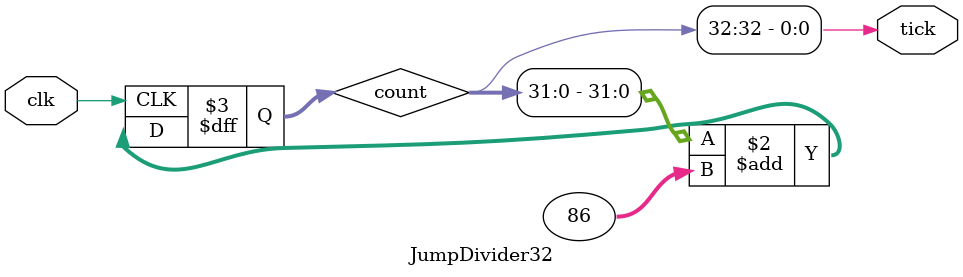
<source format=v>
`timescale 1ns / 1ps
module JumpDivider32
	#(	parameter JUMP=86 )	// 86 := ( 1 Hz / 50 MHz ) * ( 2^32 / 1e6 )
	(
    input wire clk,
    output wire tick
    );
			
	reg [32:0] count;

	always@( posedge(clk) )
		count <= count[31:0] + JUMP;

	assign tick = count[32];

endmodule

</source>
